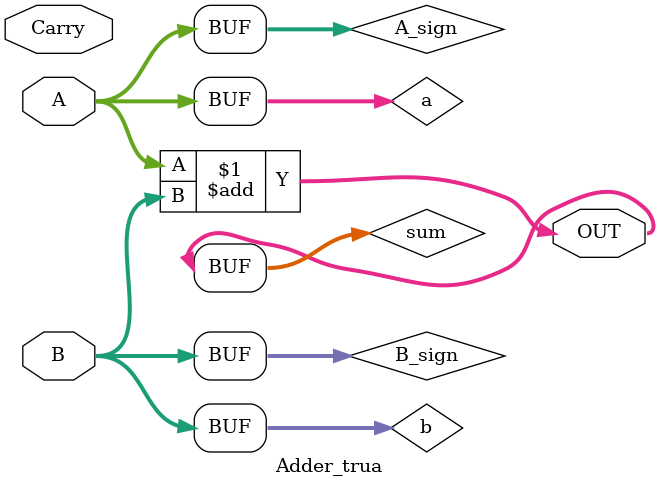
<source format=v>
`define max(a,b) ((a) > (b) ? (a) : (b))

module Adder_trua #(
	parameter 	IGNORE_BIT = 0,				//LSB BITS
	parameter 	WIDTH_A = 16,
	parameter 	WIDTH_B = 16
)(
	input	wire	[WIDTH_A-1:0]					A,
	input	wire	[WIDTH_B-1:0]					B,
	input	wire									Carry,	//do not use Carry

	output	wire	[`max(WIDTH_A, WIDTH_B)-1:0]	OUT
);

	//Derived Parameter
	parameter BITS 		= `max(WIDTH_A, WIDTH_B);

	//Internal Signals
	wire	signed	[BITS-1:0]			a, b;
	wire	signed	[BITS-1:0]			A_sign, B_sign;
	wire	signed	[BITS-1:0]			sum;

	//Sign Extend
	assign	a = {{{BITS-WIDTH_A}{A[WIDTH_A-1]}}, A};	
	assign	b = {{{BITS-WIDTH_B}{B[WIDTH_B-1]}}, B};	

	generate
		//If having IGNORE_BITS value
		if(IGNORE_BIT > 0) begin
			//Replace LSB bits with zeros
			assign A_sign	=	{{a[BITS-1:IGNORE_BIT]}, {IGNORE_BIT{1'b0}}};
			assign B_sign	=	{{b[BITS-1:IGNORE_BIT]}, {IGNORE_BIT{1'b0}}};
		end
		else begin
			//No truncation
			assign A_sign	=	a;
			assign B_sign	=	b;
		end
	endgenerate

	//Using normal adding operand to calculate the result
	assign	sum = A_sign + B_sign;
	assign 	OUT = sum;

endmodule

</source>
